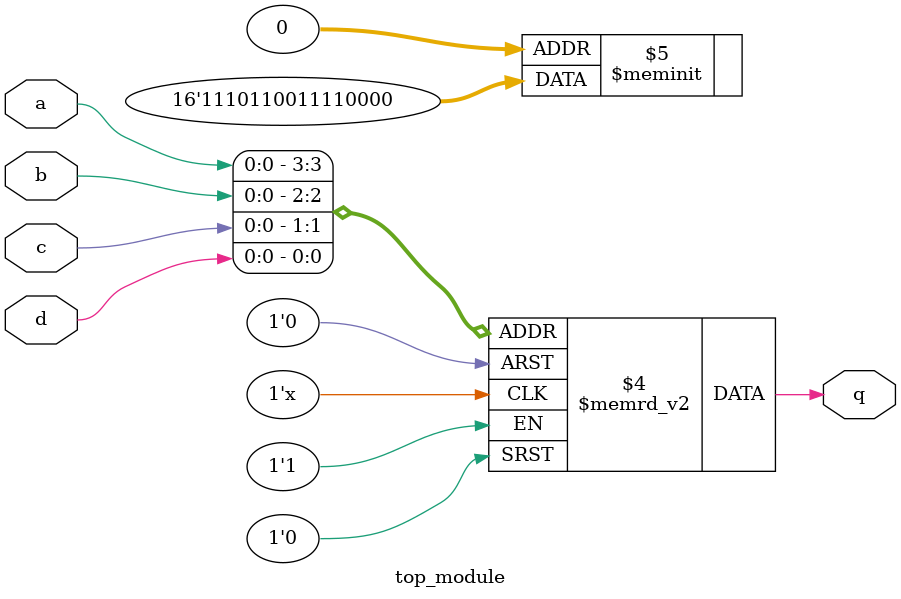
<source format=sv>
module top_module (
  input a, 
  input b, 
  input c, 
  input d,
  output reg q
);

  always @* begin
    case ({a, b, c, d})
      4'b0000 : q = 1'b0;
      4'b0001 : q = 1'b0;
      4'b0010 : q = 1'b0;
      4'b0011 : q = 1'b0;
      4'b0100 : q = 1'b1;
      4'b0101 : q = 1'b1;
      4'b0110 : q = 1'b1;
      4'b0111 : q = 1'b1;
      4'b1000 : q = 1'b0;
      4'b1001 : q = 1'b0; // Corrected
      4'b1010 : q = 1'b1;
      4'b1011 : q = 1'b1;
      4'b1100 : q = 1'b0;
      4'b1101 : q = 1'b1;
      4'b1110 : q = 1'b1;
      4'b1111 : q = 1'b1;
    endcase
  end

endmodule

</source>
